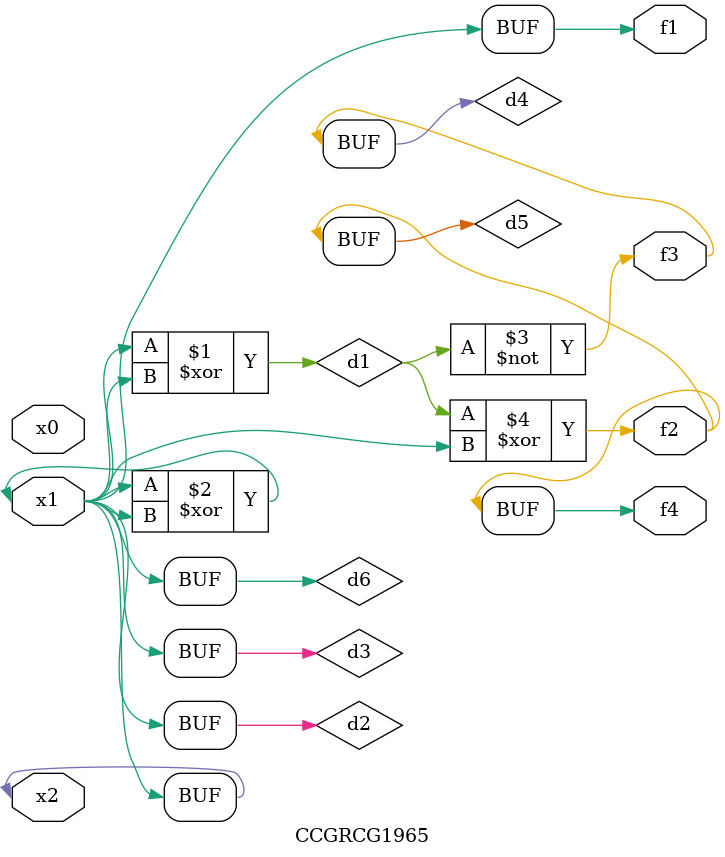
<source format=v>
module CCGRCG1965(
	input x0, x1, x2,
	output f1, f2, f3, f4
);

	wire d1, d2, d3, d4, d5, d6;

	xor (d1, x1, x2);
	buf (d2, x1, x2);
	xor (d3, x1, x2);
	nor (d4, d1);
	xor (d5, d1, d2);
	buf (d6, d2, d3);
	assign f1 = d6;
	assign f2 = d5;
	assign f3 = d4;
	assign f4 = d5;
endmodule

</source>
